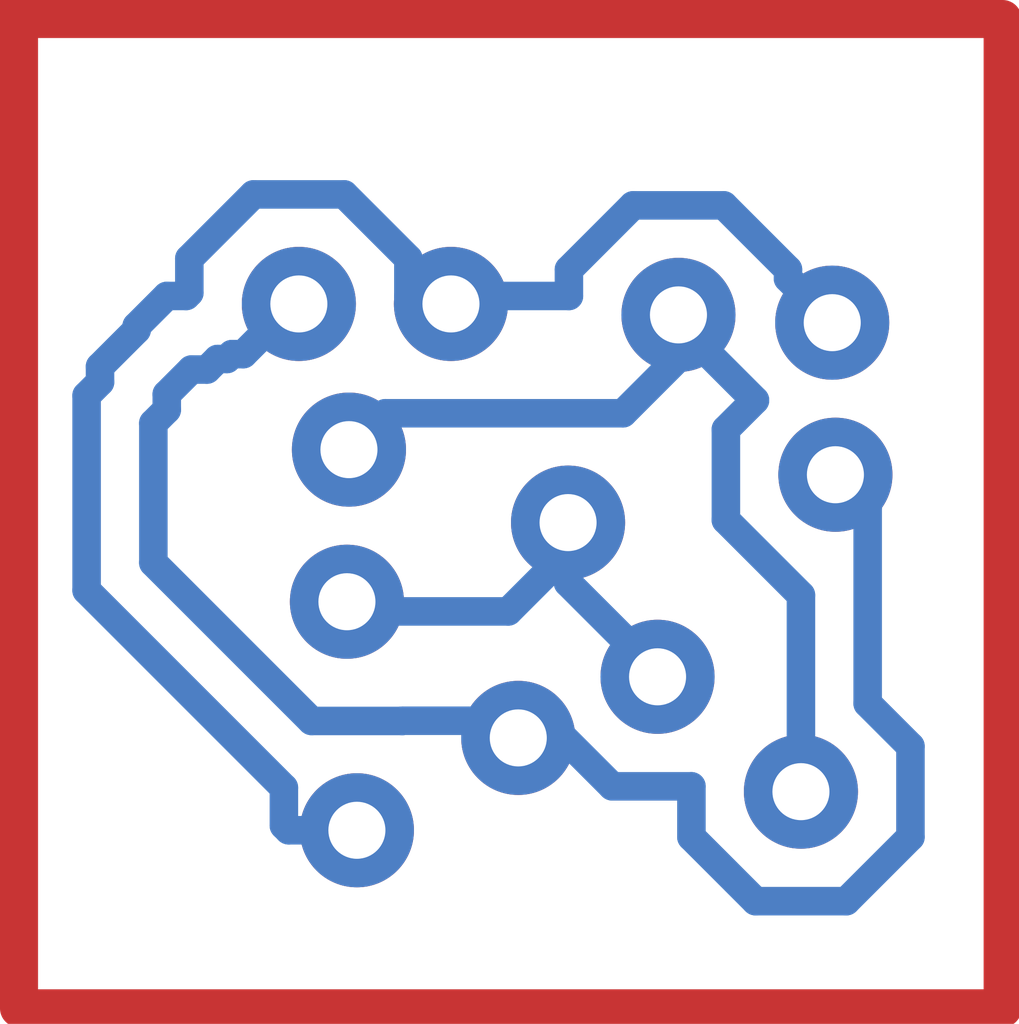
<source format=kicad_pcb>
(kicad_pcb
	(version 20241229)
	(generator "pcbnew")
	(generator_version "9.0")
	(general
		(thickness 1.6)
		(legacy_teardrops no)
	)
	(paper "A4")
	(layers
		(0 "F.Cu" signal)
		(2 "B.Cu" signal)
		(9 "F.Adhes" user "F.Adhesive")
		(11 "B.Adhes" user "B.Adhesive")
		(13 "F.Paste" user)
		(15 "B.Paste" user)
		(5 "F.SilkS" user "F.Silkscreen")
		(7 "B.SilkS" user "B.Silkscreen")
		(1 "F.Mask" user)
		(3 "B.Mask" user)
		(17 "Dwgs.User" user "User.Drawings")
		(19 "Cmts.User" user "User.Comments")
		(21 "Eco1.User" user "User.Eco1")
		(23 "Eco2.User" user "User.Eco2")
		(25 "Edge.Cuts" user)
		(27 "Margin" user)
		(31 "F.CrtYd" user "F.Courtyard")
		(29 "B.CrtYd" user "B.Courtyard")
		(35 "F.Fab" user)
		(33 "B.Fab" user)
		(39 "User.1" user)
		(41 "User.2" user)
		(43 "User.3" user)
		(45 "User.4" user)
	)
	(setup
		(pad_to_mask_clearance 0)
		(allow_soldermask_bridges_in_footprints no)
		(tenting front back)
		(pcbplotparams
			(layerselection 0x00000000_00000000_55555555_5755f5ff)
			(plot_on_all_layers_selection 0x00000000_00000000_00000000_00000000)
			(disableapertmacros no)
			(usegerberextensions no)
			(usegerberattributes yes)
			(usegerberadvancedattributes yes)
			(creategerberjobfile yes)
			(dashed_line_dash_ratio 12.000000)
			(dashed_line_gap_ratio 3.000000)
			(svgprecision 4)
			(plotframeref no)
			(mode 1)
			(useauxorigin no)
			(hpglpennumber 1)
			(hpglpenspeed 20)
			(hpglpendiameter 15.000000)
			(pdf_front_fp_property_popups yes)
			(pdf_back_fp_property_popups yes)
			(pdf_metadata yes)
			(pdf_single_document no)
			(dxfpolygonmode yes)
			(dxfimperialunits yes)
			(dxfusepcbnewfont yes)
			(psnegative no)
			(psa4output no)
			(plot_black_and_white yes)
			(sketchpadsonfab no)
			(plotpadnumbers no)
			(hidednponfab no)
			(sketchdnponfab yes)
			(crossoutdnponfab yes)
			(subtractmaskfromsilk no)
			(outputformat 1)
			(mirror no)
			(drillshape 1)
			(scaleselection 1)
			(outputdirectory "")
		)
	)
	(net 0 "")
	(net 1 "Net6")
	(net 2 "Net5")
	(net 3 "Net7")
	(net 4 "Net8")
	(gr_rect
		(start -2.67334 -2.703094)
		(end 2.5 2.5)
		(stroke
			(width 0.2)
			(type default)
		)
		(fill no)
		(layer "F.Cu")
		(net 4)
		(uuid "520f426c-b577-49dc-9202-9ab6c7cee129")
	)
	(via
		(at 1.603744 -1.10614)
		(size 0.6)
		(drill 0.3)
		(layers "F.Cu" "B.Cu")
		(net 1)
		(uuid "08acd0fb-acb7-433e-bd79-eb95b8bb36e5")
	)
	(via
		(at -0.896256 1.563588)
		(size 0.6)
		(drill 0.3)
		(layers "F.Cu" "B.Cu")
		(net 1)
		(uuid "c90feeaa-0ca4-4316-a247-d3327435ad2c")
	)
	(via
		(at -0.401539 -1.204572)
		(size 0.6)
		(drill 0.3)
		(layers "F.Cu" "B.Cu")
		(free yes)
		(net 1)
		(uuid "edcb6954-55c5-4245-96cc-31ffe32e4383")
	)
	(segment
		(start -1.777542 -1.44316)
		(end -1.44013 -1.780572)
		(width 0.15)
		(layer "B.Cu")
		(net 1)
		(uuid "0d52d5c7-959d-4135-8d8b-e884d7591fc6")
	)
	(segment
		(start 0.218933 -1.385535)
		(end 0.556345 -1.722947)
		(width 0.15)
		(layer "B.Cu")
		(net 1)
		(uuid "0df15a10-8af8-45ea-ab2b-bffbebbfc695")
	)
	(segment
		(start -1.280233 1.339588)
		(end -2.317793 0.302027)
		(width 0.15)
		(layer "B.Cu")
		(net 1)
		(uuid "15887f99-a7e1-4590-b517-bb36d923595b")
	)
	(segment
		(start -0.962954 -1.780572)
		(end -0.625542 -1.44316)
		(width 0.15)
		(layer "B.Cu")
		(net 1)
		(uuid "2a9ec06b-5cfc-4db0-a8e3-566bab408890")
	)
	(segment
		(start -1.896256 -1.246455)
		(end -1.794257 -1.246455)
		(width 0.15)
		(layer "B.Cu")
		(net 1)
		(uuid "2df12884-7080-4ccf-a96b-431ab1e57d0c")
	)
	(segment
		(start 1.033521 -1.722947)
		(end 1.370933 -1.385535)
		(width 0.15)
		(layer "B.Cu")
		(net 1)
		(uuid "2fb7fcf0-d1c9-4d57-8d02-9911c947974d")
	)
	(segment
		(start -2.247256 -0.875289)
		(end -2.054587 -1.067958)
		(width 0.15)
		(layer "B.Cu")
		(net 1)
		(uuid "360edf6f-e251-41e6-ab15-c9010dcde6cb")
	)
	(segment
		(start -1.794257 -1.246455)
		(end -1.777542 -1.26317)
		(width 0.15)
		(layer "B.Cu")
		(net 1)
		(uuid "3c4ceb39-69f4-45ee-92f6-77d46ef36093")
	)
	(segment
		(start -0.896256 1.563588)
		(end -1.255107 1.563588)
		(width 0.15)
		(layer "B.Cu")
		(net 1)
		(uuid "4ad8e3c0-54c4-4307-9891-591cf428d43e")
	)
	(segment
		(start 0.556345 -1.722947)
		(end 1.033521 -1.722947)
		(width 0.15)
		(layer "B.Cu")
		(net 1)
		(uuid "4bb24075-8de8-4036-a7e7-ed55bdb4d561")
	)
	(segment
		(start 1.546125 -0.990747)
		(end 1.546125 -1.060573)
		(width 0.15)
		(layer "B.Cu")
		(net 1)
		(uuid "51eb00e0-ac4e-450b-8f7f-5b2f917942e2")
	)
	(segment
		(start 1.537733 -1.068965)
		(end 1.518787 -1.068965)
		(width 0.15)
		(layer "B.Cu")
		(net 1)
		(uuid "5c08baeb-b6d0-4ce4-b58e-03a94f638664")
	)
	(segment
		(start -2.054587 -1.088124)
		(end -1.896256 -1.246455)
		(width 0.15)
		(layer "B.Cu")
		(net 1)
		(uuid "5ccb4f6c-ca95-4da6-ad44-f69fd5322701")
	)
	(segment
		(start -0.401539 -1.204572)
		(end -0.540354 -1.343387)
		(width 0.15)
		(layer "B.Cu")
		(net 1)
		(uuid "5cfe1677-32a6-4065-ae08-dbe5af71abfa")
	)
	(segment
		(start 1.546125 -1.048521)
		(end 1.546125 -0.990747)
		(width 0.15)
		(layer "B.Cu")
		(net 1)
		(uuid "604bccb1-4653-4e15-a5d0-b3b4e34533dc")
	)
	(segment
		(start -2.054587 -1.067958)
		(end -2.054587 -1.088124)
		(width 0.15)
		(layer "B.Cu")
		(net 1)
		(uuid "7b9decc7-62af-441b-9b61-fcdfe1a3602e")
	)
	(segment
		(start -2.317793 -0.722918)
		(end -2.247256 -0.793456)
		(width 0.15)
		(layer "B.Cu")
		(net 1)
		(uuid "7d732b82-e76b-4b33-9bd7-c0c76bc41f48")
	)
	(segment
		(start 1.603744 -1.10614)
		(end 1.546125 -1.048521)
		(width 0.15)
		(layer "B.Cu")
		(net 1)
		(uuid "80d472f8-84d3-4bdf-883e-dc36dba2bd50")
	)
	(segment
		(start -0.625542 -1.246455)
		(end 0.218933 -1.246455)
		(width 0.15)
		(layer "B.Cu")
		(net 1)
		(uuid "9699bfea-d1fb-4669-ade8-b549769f2a3e")
	)
	(segment
		(start -2.317793 0.302027)
		(end -2.317793 -0.722918)
		(width 0.15)
		(layer "B.Cu")
		(net 1)
		(uuid "98d299ca-599c-408e-b518-b7a6dd8f28a8")
	)
	(segment
		(start -1.777542 -1.26317)
		(end -1.777542 -1.44316)
		(width 0.15)
		(layer "B.Cu")
		(net 1)
		(uuid "a1fe9e20-0048-418f-b051-2f06c94e70d0")
	)
	(segment
		(start -1.44013 -1.780572)
		(end -0.962954 -1.780572)
		(width 0.15)
		(layer "B.Cu")
		(net 1)
		(uuid "b473b237-fc85-4c39-b20b-96f558498ea9")
	)
	(segment
		(start 1.546125 -1.060573)
		(end 1.537733 -1.068965)
		(width 0.15)
		(layer "B.Cu")
		(net 1)
		(uuid "c16e7347-7817-4eb5-97bd-0186389003c4")
	)
	(segment
		(start 1.370933 -1.385535)
		(end 1.370933 -1.338951)
		(width 0.15)
		(layer "B.Cu")
		(net 1)
		(uuid "c55691c9-8ccc-4209-9f40-c36e3dae17d5")
	)
	(segment
		(start -1.255107 1.563588)
		(end -1.280232 1.538463)
		(width 0.15)
		(layer "B.Cu")
		(net 1)
		(uuid "ce2b608c-51e4-4d4e-ae4f-f97b4d3b053f")
	)
	(segment
		(start -0.625542 -1.44316)
		(end -0.625542 -1.246455)
		(width 0.15)
		(layer "B.Cu")
		(net 1)
		(uuid "cebb0ba8-48d3-4d66-95ce-3a817a2bb44b")
	)
	(segment
		(start 0.218933 -1.246455)
		(end 0.218933 -1.385535)
		(width 0.15)
		(layer "B.Cu")
		(net 1)
		(uuid "d429fd04-521b-4997-95f2-8b5746b4616f")
	)
	(segment
		(start -1.280232 1.538463)
		(end -1.280233 1.339588)
		(width 0.15)
		(layer "B.Cu")
		(net 1)
		(uuid "e00fb447-b7bb-48b9-832a-4d7edc440c43")
	)
	(segment
		(start 1.370933 -1.338951)
		(end 1.603744 -1.10614)
		(width 0.15)
		(layer "B.Cu")
		(net 1)
		(uuid "f88d5dc8-f4c4-4231-abb3-7819e290350f")
	)
	(segment
		(start -2.247256 -0.793456)
		(end -2.247256 -0.875289)
		(width 0.15)
		(layer "B.Cu")
		(net 1)
		(uuid "fc561e00-be8a-43b1-8194-4024ae6f1918")
	)
	(via
		(at 0.685036 0.756377)
		(size 0.6)
		(drill 0.3)
		(layers "F.Cu" "B.Cu")
		(net 2)
		(uuid "144a8120-7291-41f1-a5af-f01f1695bc35")
	)
	(via
		(at 0.21437 -0.054572)
		(size 0.6)
		(drill 0.3)
		(layers "F.Cu" "B.Cu")
		(free yes)
		(net 2)
		(uuid "5124c600-bee6-4723-bf8f-f5fc33c6b1fe")
	)
	(via
		(at -0.948605 0.361654)
		(size 0.6)
		(drill 0.3)
		(layers "F.Cu" "B.Cu")
		(net 2)
		(uuid "ae19facc-8153-4e99-b9ac-f76587fc4aa2")
	)
	(segment
		(start 0.685036 0.756377)
		(end 0.685036 0.690509)
		(width 0.15)
		(layer "B.Cu")
		(net 2)
		(uuid "5dbf9f48-6d49-47cd-b79a-dca32bd1cc3e")
	)
	(segment
		(start -0.100218 0.412588)
		(end -0.80655 0.412588)
		(width 0.15)
		(layer "B.Cu")
		(net 2)
		(uuid "739d23e3-d7a9-490f-ad52-5b659d991e16")
	)
	(segment
		(start 0.21437 -0.054572)
		(end 0.21437 0.098)
		(width 0.15)
		(layer "B.Cu")
		(net 2)
		(uuid "9d1fc9af-5358-4ea0-af95-5da6084dcdff")
	)
	(segment
		(start 0.685036 0.690509)
		(end 0.632447 0.63792)
		(width 0.15)
		(layer "B.Cu")
		(net 2)
		(uuid "a29266ad-de18-432e-af27-29f38bc2f63b")
	)
	(segment
		(start 0.632447 0.63792)
		(end 0.590106 0.63792)
		(width 0.15)
		(layer "B.Cu")
		(net 2)
		(uuid "aa300d6d-5c79-425c-8b13-3e497e80d88d")
	)
	(segment
		(start 0.21437 0.098)
		(end -0.100218 0.412588)
		(width 0.15)
		(layer "B.Cu")
		(net 2)
		(uuid "aeb08808-b68d-47c4-81c3-6bfb16548a6c")
	)
	(segment
		(start -0.950664 0.268474)
		(end -0.950664 0.35818)
		(width 0.15)
		(layer "B.Cu")
		(net 2)
		(uuid "bfe6cb5c-bee4-4adf-bd64-3be98023a58e")
	)
	(segment
		(start -0.948605 0.360239)
		(end -0.948605 0.361654)
		(width 0.15)
		(layer "B.Cu")
		(net 2)
		(uuid "eeb1d917-44f3-4d82-bd6a-59b436a320b5")
	)
	(segment
		(start -0.950664 0.35818)
		(end -0.948605 0.360239)
		(width 0.15)
		(layer "B.Cu")
		(net 2)
		(uuid "f5fb6313-963d-4974-91d7-bf62b1680ff5")
	)
	(segment
		(start 0.590106 0.63792)
		(end 0.21437 0.262184)
		(width 0.15)
		(layer "B.Cu")
		(net 2)
		(uuid "f8c32cf8-1382-4b87-bb5d-2c48125011c2")
	)
	(segment
		(start 0.21437 0.262184)
		(end 0.21437 -0.054572)
		(width 0.15)
		(layer "B.Cu")
		(net 2)
		(uuid "fcd8ce8a-355d-456c-8d34-c644e9ee7503")
	)
	(segment
		(start -0.80655 0.412588)
		(end -0.950664 0.268474)
		(width 0.15)
		(layer "B.Cu")
		(net 2)
		(uuid "ff778360-3158-4819-a3a6-b756c4153842")
	)
	(via
		(at -0.937997 -0.438278)
		(size 0.6)
		(drill 0.3)
		(layers "F.Cu" "B.Cu")
		(net 3)
		(uuid "9a45d334-d847-4913-bb23-fab54fa8ceaf")
	)
	(via
		(at 1.439126 1.360522)
		(size 0.6)
		(drill 0.3)
		(layers "F.Cu" "B.Cu")
		(net 3)
		(uuid "b0990926-74dd-4bf1-baef-0fdd1f8e9bfb")
	)
	(via
		(at 0.794933 -1.146947)
		(size 0.6)
		(drill 0.3)
		(layers "F.Cu" "B.Cu")
		(free yes)
		(net 3)
		(uuid "d8879d15-a541-44fd-b74e-d2f7fc4bb043")
	)
	(segment
		(start 0.794933 -1.100363)
		(end 0.794933 -1.146947)
		(width 0.15)
		(layer "B.Cu")
		(net 3)
		(uuid "19da0bad-2bb8-4db7-9348-6b65f2d00381")
	)
	(segment
		(start 1.439126 1.360522)
		(end 1.630285 1.360522)
		(width 0.15)
		(layer "B.Cu")
		(net 3)
		(uuid "284b0ef2-f22b-48db-ac60-f12468e38092")
	)
	(segment
		(start 1.439126 1.360522)
		(end 1.439126 0.326967)
		(width 0.15)
		(layer "B.Cu")
		(net 3)
		(uuid "39e12407-0edc-417c-9019-e5eee27edfcc")
	)
	(segment
		(start 1.439126 0.326967)
		(end 1.044435 -0.067724)
		(width 0.15)
		(layer "B.Cu")
		(net 3)
		(uuid "5242023f-39c4-451b-878e-8055ef85dcaf")
	)
	(segment
		(start 1.044435 -0.5449)
		(end 1.197416 -0.69788)
		(width 0.15)
		(layer "B.Cu")
		(net 3)
		(uuid "87e7b9b3-0a0c-4e36-91cc-bfba7eb8a47e")
	)
	(segment
		(start 0.794933 -0.921385)
		(end 0.50312 -0.629572)
		(width 0.15)
		(layer "B.Cu")
		(net 3)
		(uuid "89efccf6-3939-49bc-8a29-a153f16abae4")
	)
	(segment
		(start 0.794933 -1.146947)
		(end 0.794933 -1.143861)
		(width 0.15)
		(layer "B.Cu")
		(net 3)
		(uuid "9a192dd9-67cd-4ad9-84b5-9dfe86977df0")
	)
	(segment
		(start 1.197416 -0.69788)
		(end 0.794933 -1.100363)
		(width 0.15)
		(layer "B.Cu")
		(net 3)
		(uuid "a03cf613-01b1-4c8d-99ba-cbc686c351c5")
	)
	(segment
		(start 0.50312 -0.629572)
		(end -0.746703 -0.629572)
		(width 0.15)
		(layer "B.Cu")
		(net 3)
		(uuid "bb00901c-ae76-4285-9b9d-b0c981df6088")
	)
	(segment
		(start -0.746703 -0.629572)
		(end -0.937997 -0.438278)
		(width 0.15)
		(layer "B.Cu")
		(net 3)
		(uuid "cfcb583f-4080-418c-bd5c-8537f7d91f22")
	)
	(segment
		(start 1.044435 -0.067724)
		(end 1.044435 -0.5449)
		(width 0.15)
		(layer "B.Cu")
		(net 3)
		(uuid "d26404fa-9fc3-4afa-943f-86c20d68a6e7")
	)
	(segment
		(start 0.794933 -1.146947)
		(end 0.668967 -1.020981)
		(width 0.15)
		(layer "B.Cu")
		(net 3)
		(uuid "d28a79dc-f606-4fa7-86d1-118985b55917")
	)
	(segment
		(start 0.794933 -1.143861)
		(end 0.906171 -1.032623)
		(width 0.15)
		(layer "B.Cu")
		(net 3)
		(uuid "d43d665e-9495-4e31-9ad3-b2ca45746b5b")
	)
	(segment
		(start 0.794933 -1.146947)
		(end 0.794933 -0.921385)
		(width 0.15)
		(layer "B.Cu")
		(net 3)
		(uuid "d8688a70-f4bd-4983-ad1f-78b983f5638e")
	)
	(via
		(at -0.04755 1.077815)
		(size 0.6)
		(drill 0.3)
		(layers "F.Cu" "B.Cu")
		(net 4)
		(uuid "4e21ece0-89aa-490f-906d-ad39f889ddd9")
	)
	(via
		(at 1.620435 -0.306312)
		(size 0.6)
		(drill 0.3)
		(layers "F.Cu" "B.Cu")
		(net 4)
		(uuid "b8b45bd4-9172-4582-bffb-c75b09cf6077")
	)
	(via
		(at -1.201542 -1.204572)
		(size 0.6)
		(drill 0.3)
		(layers "F.Cu" "B.Cu")
		(free yes)
		(net 4)
		(uuid "c53ce343-5e4b-4aba-a33b-70810b2cd62f")
	)
	(segment
		(start -0.656668 0.987588)
		(end -0.062725 0.987588)
		(width 0.15)
		(layer "B.Cu")
		(net 4)
		(uuid "0be6e915-4ef9-4a1b-b766-8d20f616ab49")
	)
	(segment
		(start -1.579628 -0.914942)
		(end -1.629381 -0.914942)
		(width 0.15)
		(layer "B.Cu")
		(net 4)
		(uuid "0c3946bb-e02c-4490-baaf-8a3b1b4b81de")
	)
	(segment
		(start -1.201542 -1.204572)
		(end -1.261739 -1.144375)
		(width 0.15)
		(layer "B.Cu")
		(net 4)
		(uuid "1b503cbe-6a00-4b00-969d-72d7c81c07d1")
	)
	(segment
		(start 0.863126 1.332377)
		(end 0.863126 1.59911)
		(width 0.15)
		(layer "B.Cu")
		(net 4)
		(uuid "1fd9dd6f-eccb-461d-b2da-7448077839ff")
	)
	(segment
		(start -1.896256 -0.648067)
		(end -1.966793 -0.57753)
		(width 0.15)
		(layer "B.Cu")
		(net 4)
		(uuid "2c94bdd2-1907-45a9-a67c-ba46fb598101")
	)
	(segment
		(start 1.790126 0.896934)
		(end 1.790126 -0.136621)
		(width 0.15)
		(layer "B.Cu")
		(net 4)
		(uuid "317fb32c-b661-4a36-8023-f90979d118d0")
	)
	(segment
		(start -1.896256 -0.7299)
		(end -1.896256 -0.648067)
		(width 0.15)
		(layer "B.Cu")
		(net 4)
		(uuid "3e39d921-25de-4b1a-8358-ddcf5d7efee5")
	)
	(segment
		(start -1.49351 -0.940506)
		(end -1.554064 -0.940506)
		(width 0.15)
		(layer "B.Cu")
		(net 4)
		(uuid "3fba7c6b-9c7f-4133-b53c-00b0c104b29e")
	)
	(segment
		(start 0.109036 0.994965)
		(end 0.446448 1.332377)
		(width 0.15)
		(layer "B.Cu")
		(net 4)
		(uuid "421d46e1-d116-4603-a7e7-31f66355e920")
	)
	(segment
		(start -1.554064 -0.940506)
		(end -1.579628 -0.914942)
		(width 0.15)
		(layer "B.Cu")
		(net 4)
		(uuid "422a52ef-48b4-47b7-934f-e5e1d9ed3329")
	)
	(segment
		(start -1.629381 -0.914942)
		(end -1.684872 -0.859451)
		(width 0.15)
		(layer "B.Cu")
		(net 4)
		(uuid "464164d6-71ef-4947-a29c-38fe6bdc6a62")
	)
	(segment
		(start -0.04755 1.077815)
		(end 0.109036 0.921229)
		(width 0.15)
		(layer "B.Cu")
		(net 4)
		(uuid "4f522bf1-0343-48ae-aa60-9a37e12afd43")
	)
	(segment
		(start 1.635031 -0.291716)
		(end 1.635031 -0.211294)
		(width 0.15)
		(layer "B.Cu")
		(net 4)
		(uuid "543fe31a-2f92-4b41-ad2f-c9be85609635")
	)
	(segment
		(start -1.684872 -0.859451)
		(end -1.766704 -0.859452)
		(width 0.15)
		(layer "B.Cu")
		(net 4)
		(uuid "5eaa8b70-f3af-4fcc-88a3-eaa9efc4b195")
	)
	(segment
		(start 2.015126 1.121934)
		(end 1.790126 0.896934)
		(width 0.15)
		(layer "B.Cu")
		(net 4)
		(uuid "71ca7668-04bc-48d3-bcc0-3cfd114e48f3")
	)
	(segment
		(start 1.620435 -0.306312)
		(end 1.395435 -0.306312)
		(width 0.15)
		(layer "B.Cu")
		(net 4)
		(uuid "79f842c4-d7eb-4c4c-9d33-18166eeb9ed2")
	)
	(segment
		(start 1.635031 -0.211294)
		(end 1.686197 -0.160128)
		(width 0.15)
		(layer "B.Cu")
		(net 4)
		(uuid "85a82dbf-7210-4c45-ab43-caa21557cba6")
	)
	(segment
		(start -1.966793 -0.57753)
		(end -1.966793 0.156639)
		(width 0.15)
		(layer "B.Cu")
		(net 4)
		(uuid "8fe9de65-4e6f-44c8-8895-b142304d1a87")
	)
	(segment
		(start -0.657668 0.988588)
		(end -0.656668 0.987588)
		(width 0.15)
		(layer "B.Cu")
		(net 4)
		(uuid "97a75bba-ffac-4e2b-a589-797b02d9eedc")
	)
	(segment
		(start -1.289641 -1.144375)
		(end -1.49351 -0.940506)
		(width 0.15)
		(layer "B.Cu")
		(net 4)
		(uuid "9b77e93d-39f9-40ab-bba7-9abef4b5e628")
	)
	(segment
		(start -1.966793 0.156639)
		(end -1.134844 0.988588)
		(width 0.15)
		(layer "B.Cu")
		(net 4)
		(uuid "9e75044c-695e-4bd3-962d-4ea2e71cd220")
	)
	(segment
		(start 1.677714 1.936522)
		(end 2.015126 1.59911)
		(width 0.15)
		(layer "B.Cu")
		(net 4)
		(uuid "aea15879-18b4-4f93-bd1d-ca513ff502f0")
	)
	(segment
		(start 1.620435 -0.306312)
		(end 1.635031 -0.291716)
		(width 0.15)
		(layer "B.Cu")
		(net 4)
		(uuid "b0e1e0b8-86ba-4a97-be18-e45b7385f826")
	)
	(segment
		(start -1.261739 -1.144375)
		(end -1.289641 -1.144375)
		(width 0.15)
		(layer "B.Cu")
		(net 4)
		(uuid "b28a691c-f359-4a70-85b7-9aeb3a553b26")
	)
	(segment
		(start 0.863126 1.59911)
		(end 1.200538 1.936522)
		(width 0.15)
		(layer "B.Cu")
		(net 4)
		(uuid "bad6117d-8e16-4cf7-95ec-502d3a1a5001")
	)
	(segment
		(start 1.790126 -0.136621)
		(end 1.620435 -0.306312)
		(width 0.15)
		(layer "B.Cu")
		(net 4)
		(uuid "bf5998e4-e070-4236-963b-0d38bd70cf6b")
	)
	(segment
		(start 0.109036 0.921229)
		(end 0.109036 0.994965)
		(width 0.15)
		(layer "B.Cu")
		(net 4)
		(uuid "bffda1cf-5041-4a55-bbcd-43648c09e0b5")
	)
	(segment
		(start -1.134844 0.988588)
		(end -0.657668 0.988588)
		(width 0.15)
		(layer "B.Cu")
		(net 4)
		(uuid "d1a7744c-fff4-46d5-a533-f132c94b60bf")
	)
	(segment
		(start 0.446448 1.332377)
		(end 0.863126 1.332377)
		(width 0.15)
		(layer "B.Cu")
		(net 4)
		(uuid "d3cb0967-770e-43a3-87d8-a9eded556693")
	)
	(segment
		(start 1.200538 1.936522)
		(end 1.677714 1.936522)
		(width 0.15)
		(layer "B.Cu")
		(net 4)
		(uuid "d6d8ea85-201d-4cfe-b54a-6b4dbd34b1d7")
	)
	(segment
		(start 2.015126 1.59911)
		(end 2.015126 1.121934)
		(width 0.15)
		(layer "B.Cu")
		(net 4)
		(uuid "f25cbcc2-ad3a-4df9-9825-cf92ed6457f7")
	)
	(segment
		(start -1.766704 -0.859452)
		(end -1.896256 -0.7299)
		(width 0.15)
		(layer "B.Cu")
		(net 4)
		(uuid "f8125a14-0773-4120-842d-07ed889f2104")
	)
	(embedded_fonts no)
)

</source>
